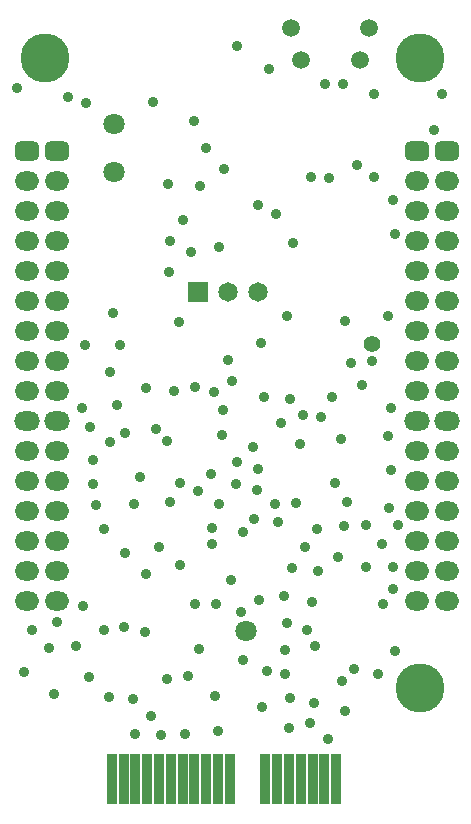
<source format=gbs>
G04*
G04 #@! TF.GenerationSoftware,Altium Limited,CircuitStudio,1.5.1 (13)*
G04*
G04 Layer_Color=8150272*
%FSLAX24Y24*%
%MOIN*%
G70*
G01*
G75*
%ADD52R,0.0335X0.1713*%
%ADD78R,0.0650X0.0650*%
%ADD79C,0.0650*%
%ADD80C,0.0589*%
%ADD81C,0.0709*%
G04:AMPARAMS|DCode=82|XSize=80.9mil|YSize=63.9mil|CornerRadius=17.5mil|HoleSize=0mil|Usage=FLASHONLY|Rotation=0.000|XOffset=0mil|YOffset=0mil|HoleType=Round|Shape=RoundedRectangle|*
%AMROUNDEDRECTD82*
21,1,0.0809,0.0290,0,0,0.0*
21,1,0.0460,0.0639,0,0,0.0*
1,1,0.0349,0.0230,-0.0145*
1,1,0.0349,-0.0230,-0.0145*
1,1,0.0349,-0.0230,0.0145*
1,1,0.0349,0.0230,0.0145*
%
%ADD82ROUNDEDRECTD82*%
%ADD83O,0.0809X0.0639*%
%ADD84O,0.0859X0.0639*%
%ADD85C,0.1634*%
%ADD86C,0.0359*%
%ADD87C,0.0559*%
D52*
X32503Y16278D02*
D03*
X32109D02*
D03*
X31716D02*
D03*
X31322D02*
D03*
X30928D02*
D03*
X30535D02*
D03*
X30141D02*
D03*
X25023D02*
D03*
X25417D02*
D03*
X25810D02*
D03*
X26204D02*
D03*
X26598D02*
D03*
X26991D02*
D03*
X27385D02*
D03*
X27779D02*
D03*
X28172D02*
D03*
X28566D02*
D03*
X28960D02*
D03*
D78*
X27900Y32500D02*
D03*
D79*
X28900D02*
D03*
X29900D02*
D03*
D80*
X33284Y40237D02*
D03*
X31316D02*
D03*
X33609Y41300D02*
D03*
X30991D02*
D03*
D81*
X25100Y36500D02*
D03*
Y38100D02*
D03*
X29500Y21200D02*
D03*
D82*
X23200Y37200D02*
D03*
X22200D02*
D03*
X35200D02*
D03*
X36200D02*
D03*
D83*
X23200Y36200D02*
D03*
Y35200D02*
D03*
Y34200D02*
D03*
Y33200D02*
D03*
Y32200D02*
D03*
Y31200D02*
D03*
Y30200D02*
D03*
Y29200D02*
D03*
Y27200D02*
D03*
Y26200D02*
D03*
Y25200D02*
D03*
Y24200D02*
D03*
Y23200D02*
D03*
Y22200D02*
D03*
X22200D02*
D03*
Y23200D02*
D03*
Y24200D02*
D03*
Y25200D02*
D03*
Y26200D02*
D03*
Y27200D02*
D03*
Y29200D02*
D03*
Y30200D02*
D03*
Y31200D02*
D03*
Y32200D02*
D03*
Y33200D02*
D03*
Y34200D02*
D03*
Y35200D02*
D03*
Y36200D02*
D03*
X35200D02*
D03*
Y35200D02*
D03*
Y34200D02*
D03*
Y33200D02*
D03*
Y32200D02*
D03*
Y31200D02*
D03*
Y30200D02*
D03*
Y29200D02*
D03*
Y27200D02*
D03*
Y26200D02*
D03*
Y25200D02*
D03*
Y24200D02*
D03*
Y23200D02*
D03*
Y22200D02*
D03*
X36200D02*
D03*
Y23200D02*
D03*
Y24200D02*
D03*
Y25200D02*
D03*
Y26200D02*
D03*
Y27200D02*
D03*
Y29200D02*
D03*
Y30200D02*
D03*
Y31200D02*
D03*
Y32200D02*
D03*
Y33200D02*
D03*
Y34200D02*
D03*
Y35200D02*
D03*
Y36200D02*
D03*
D84*
X23200Y28200D02*
D03*
X22200D02*
D03*
X35200D02*
D03*
X36200D02*
D03*
D85*
X35300Y19300D02*
D03*
Y40300D02*
D03*
X22800D02*
D03*
D86*
X26150Y23100D02*
D03*
X27300Y23400D02*
D03*
X29320Y21840D02*
D03*
X31150Y25480D02*
D03*
X30030Y18680D02*
D03*
X27670Y33850D02*
D03*
X28550Y17870D02*
D03*
X24950Y29850D02*
D03*
X24140Y30730D02*
D03*
X30770Y22380D02*
D03*
X23100Y19100D02*
D03*
X32718Y39450D02*
D03*
X32138D02*
D03*
X32700Y19550D02*
D03*
X23550Y39000D02*
D03*
X29202Y40698D02*
D03*
X30250Y39950D02*
D03*
X26383Y38817D02*
D03*
X28150Y37300D02*
D03*
X28595Y34005D02*
D03*
X28900Y30250D02*
D03*
X30000Y30800D02*
D03*
X31050Y34150D02*
D03*
X30850Y31700D02*
D03*
X35750Y37900D02*
D03*
X34450Y34450D02*
D03*
X27750Y38200D02*
D03*
X32250Y36300D02*
D03*
X27250Y31500D02*
D03*
X29900Y35400D02*
D03*
X30489Y35100D02*
D03*
X31650Y36350D02*
D03*
X28750Y36600D02*
D03*
X24150Y38800D02*
D03*
X26900Y36100D02*
D03*
X27400Y34900D02*
D03*
X28430Y29170D02*
D03*
X29030Y29540D02*
D03*
X33200Y36750D02*
D03*
X32656Y27606D02*
D03*
X36030Y39110D02*
D03*
X33750D02*
D03*
X25300Y30750D02*
D03*
X27800Y29320D02*
D03*
X27100Y29200D02*
D03*
X25050Y31790D02*
D03*
X26950Y34200D02*
D03*
X26920Y33170D02*
D03*
X27970Y36050D02*
D03*
X25810Y17760D02*
D03*
X25440Y21320D02*
D03*
X30940Y17960D02*
D03*
X32230Y17590D02*
D03*
X31620Y18130D02*
D03*
X33109Y19933D02*
D03*
X31750Y18810D02*
D03*
X29400Y20250D02*
D03*
X26950Y25500D02*
D03*
X27300Y26150D02*
D03*
X28730Y28560D02*
D03*
X29150Y26100D02*
D03*
X28684Y27729D02*
D03*
X28320Y26420D02*
D03*
X29200Y26850D02*
D03*
X29724Y27322D02*
D03*
X29850Y25900D02*
D03*
X30650Y28150D02*
D03*
X30100Y29000D02*
D03*
X30950Y28950D02*
D03*
X31300Y27450D02*
D03*
X31406Y28394D02*
D03*
X32000Y28350D02*
D03*
X32350Y29000D02*
D03*
X33000Y30150D02*
D03*
X34240Y27690D02*
D03*
X34340Y28650D02*
D03*
X32800Y31550D02*
D03*
X33700Y30200D02*
D03*
X33369Y29387D02*
D03*
X29900Y26600D02*
D03*
X34058Y22100D02*
D03*
X34400Y22600D02*
D03*
X34450Y20550D02*
D03*
X31800Y20700D02*
D03*
X32450Y26150D02*
D03*
X30180Y19880D02*
D03*
X32850Y25500D02*
D03*
X29750Y24950D02*
D03*
X30450Y25450D02*
D03*
X33480Y24740D02*
D03*
X32770Y24700D02*
D03*
X31850Y24600D02*
D03*
X31460Y24000D02*
D03*
X31020Y23300D02*
D03*
X30850Y21460D02*
D03*
X27810Y22090D02*
D03*
X22920Y20650D02*
D03*
X22370Y21250D02*
D03*
X24270Y19680D02*
D03*
X24070Y22050D02*
D03*
X24760Y21240D02*
D03*
X26130Y21170D02*
D03*
X25720Y18920D02*
D03*
X24920Y19010D02*
D03*
X26660Y17750D02*
D03*
X27460Y17780D02*
D03*
X28450Y19020D02*
D03*
X30550Y24850D02*
D03*
X27880Y25880D02*
D03*
X28600Y25450D02*
D03*
X28350Y24650D02*
D03*
X29401Y24501D02*
D03*
X28360Y24090D02*
D03*
X29000Y22910D02*
D03*
X26320Y18380D02*
D03*
X26500Y27950D02*
D03*
X26610Y24010D02*
D03*
X25950Y26350D02*
D03*
X25750Y25430D02*
D03*
X25450Y27800D02*
D03*
X24950Y27500D02*
D03*
X24400Y26910D02*
D03*
Y26110D02*
D03*
X25450Y23790D02*
D03*
X24500Y25400D02*
D03*
X24770Y24600D02*
D03*
X22100Y19840D02*
D03*
X23840Y20690D02*
D03*
X31530Y21222D02*
D03*
X31700Y22160D02*
D03*
X31890Y23200D02*
D03*
X34320Y26580D02*
D03*
X34240Y31700D02*
D03*
X24290Y27990D02*
D03*
X24040Y28650D02*
D03*
X26150Y29300D02*
D03*
X25200Y28750D02*
D03*
X34570Y24720D02*
D03*
X34040Y24110D02*
D03*
X33490Y23340D02*
D03*
X32570Y23660D02*
D03*
X34270Y25300D02*
D03*
X34390Y23320D02*
D03*
X34400Y35560D02*
D03*
X23180Y21510D02*
D03*
X32790Y18540D02*
D03*
X26850Y19600D02*
D03*
X27550Y19690D02*
D03*
X27930Y20600D02*
D03*
X29920Y22220D02*
D03*
X28493Y22116D02*
D03*
X30800Y20570D02*
D03*
Y19770D02*
D03*
X30950Y18970D02*
D03*
X21850Y39290D02*
D03*
X26861Y27519D02*
D03*
X33910Y19760D02*
D03*
X33750Y36330D02*
D03*
D87*
X33690Y30760D02*
D03*
M02*

</source>
